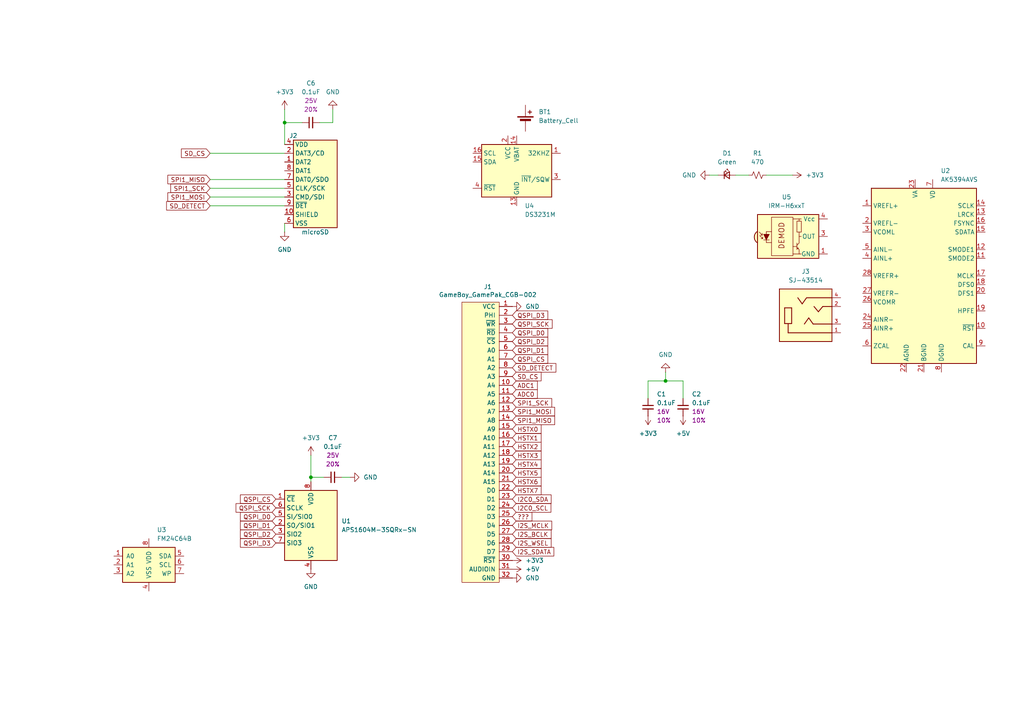
<source format=kicad_sch>
(kicad_sch (version 20250114) (generator "eeschema") (generator_version "9.0")
  (paper "A4")
  (lib_symbols
    (symbol "Audio:AK5394AVS"
      (property "Reference" "U" (at 10.16 29.21 0))
      (property "Value" "AK5394AVS" (at 10.16 26.67 0))
      (symbol "AK5394AVS_0_1"
        (rectangle (start -15.24 25.4) (end 15.24 -25.4) (stroke (width 0.254)) (fill (type background)))
      )
      (symbol "AK5394AVS_1_1"
        (pin output line (at -17.78 20.32 0) (length 2.54) (name "VREFL+") (number "1"))
        (pin output line (at -17.78 15.24 0) (length 2.54) (name "VREFL-") (number "2"))
        (pin output line (at -17.78 12.7 0) (length 2.54) (name "VCOML") (number "3"))
        (pin input line (at -17.78 7.62 0) (length 2.54) (name "AINL-") (number "5"))
        (pin input line (at -17.78 5.08 0) (length 2.54) (name "AINL+") (number "4"))
        (pin output line (at -17.78 0 0) (length 2.54) (name "VREFR+") (number "28"))
        (pin output line (at -17.78 -5.08 0) (length 2.54) (name "VREFR-") (number "27"))
        (pin output line (at -17.78 -7.62 0) (length 2.54) (name "VCOMR") (number "26"))
        (pin input line (at -17.78 -12.7 0) (length 2.54) (name "AINR-") (number "24"))
        (pin input line (at -17.78 -15.24 0) (length 2.54) (name "AINR+") (number "25"))
        (pin input line (at -17.78 -20.32 0) (length 2.54) (name "ZCAL") (number "6"))
        (pin power_in line (at -5.08 -27.94 90) (length 2.54) (name "AGND") (number "22"))
        (pin power_in line (at -2.54 27.94 270) (length 2.54) (name "VA") (number "23"))
        (pin power_in line (at 0 -27.94 90) (length 2.54) (name "BGND") (number "21"))
        (pin power_in line (at 2.54 27.94 270) (length 2.54) (name "VD") (number "7"))
        (pin power_in line (at 5.08 -27.94 90) (length 2.54) (name "DGND") (number "8"))
        (pin bidirectional line (at 17.78 20.32 180) (length 2.54) (name "SCLK") (number "14"))
        (pin bidirectional line (at 17.78 17.78 180) (length 2.54) (name "LRCK") (number "13"))
        (pin bidirectional line (at 17.78 15.24 180) (length 2.54) (name "FSYNC") (number "16"))
        (pin output line (at 17.78 12.7 180) (length 2.54) (name "SDATA") (number "15"))
        (pin input line (at 17.78 7.62 180) (length 2.54) (name "SMODE1") (number "12"))
        (pin input line (at 17.78 5.08 180) (length 2.54) (name "SMODE2") (number "11"))
        (pin input line (at 17.78 0 180) (length 2.54) (name "MCLK") (number "17"))
        (pin input line (at 17.78 -2.54 180) (length 2.54) (name "DFS0") (number "18"))
        (pin input line (at 17.78 -5.08 180) (length 2.54) (name "DFS1") (number "20"))
        (pin input line (at 17.78 -10.16 180) (length 2.54) (name "HPFE") (number "19"))
        (pin input line (at 17.78 -15.24 180) (length 2.54) (name "~{RST}") (number "10"))
        (pin output line (at 17.78 -20.32 180) (length 2.54) (name "CAL") (number "9"))
      )
    )
    (symbol "Connector_GameBoy:GameBoy_GamePak_CGB-002" (pin_names (offset 1.016))
      (property "Reference" "J" (at -1.27 41.91 0))
      (property "Value" "GameBoy_GamePak_CGB-002" (at -4.445 -42.545 0))
      (symbol "GameBoy_GamePak_CGB-002_0_1"
        (rectangle (start 0 40.64) (end -10.795 -40.64) (fill (type background)))
      )
      (symbol "GameBoy_GamePak_CGB-002_1_1"
        (pin passive line (at 3.81 39.37 180) (length 3.81) (name "VCC") (number "1"))
        (pin passive line (at 3.81 36.83 180) (length 3.81) (name "PHI") (number "2"))
        (pin passive line (at 3.81 34.29 180) (length 3.81) (name "~{WR}") (number "3"))
        (pin passive line (at 3.81 31.75 180) (length 3.81) (name "~{RD}") (number "4"))
        (pin passive line (at 3.81 29.21 180) (length 3.81) (name "~{CS}") (number "5"))
        (pin passive line (at 3.81 26.67 180) (length 3.81) (name "A0") (number "6"))
        (pin passive line (at 3.81 24.13 180) (length 3.81) (name "A1") (number "7"))
        (pin passive line (at 3.81 21.59 180) (length 3.81) (name "A2") (number "8"))
        (pin passive line (at 3.81 19.05 180) (length 3.81) (name "A3") (number "9"))
        (pin passive line (at 3.81 16.51 180) (length 3.81) (name "A4") (number "10"))
        (pin passive line (at 3.81 13.97 180) (length 3.81) (name "A5") (number "11"))
        (pin passive line (at 3.81 11.43 180) (length 3.81) (name "A6") (number "12"))
        (pin passive line (at 3.81 8.89 180) (length 3.81) (name "A7") (number "13"))
        (pin passive line (at 3.81 6.35 180) (length 3.81) (name "A8") (number "14"))
        (pin passive line (at 3.81 3.81 180) (length 3.81) (name "A9") (number "15"))
        (pin passive line (at 3.81 1.27 180) (length 3.81) (name "A10") (number "16"))
        (pin passive line (at 3.81 -1.27 180) (length 3.81) (name "A11") (number "17"))
        (pin passive line (at 3.81 -3.81 180) (length 3.81) (name "A12") (number "18"))
        (pin passive line (at 3.81 -6.35 180) (length 3.81) (name "A13") (number "19"))
        (pin passive line (at 3.81 -8.89 180) (length 3.81) (name "A14") (number "20"))
        (pin passive line (at 3.81 -11.43 180) (length 3.81) (name "A15") (number "21"))
        (pin passive line (at 3.81 -13.97 180) (length 3.81) (name "D0") (number "22"))
        (pin passive line (at 3.81 -16.51 180) (length 3.81) (name "D1") (number "23"))
        (pin passive line (at 3.81 -19.05 180) (length 3.81) (name "D2") (number "24"))
        (pin passive line (at 3.81 -21.59 180) (length 3.81) (name "D3") (number "25"))
        (pin passive line (at 3.81 -24.13 180) (length 3.81) (name "D4") (number "26"))
        (pin passive line (at 3.81 -26.67 180) (length 3.81) (name "D5") (number "27"))
        (pin passive line (at 3.81 -29.21 180) (length 3.81) (name "D6") (number "28"))
        (pin passive line (at 3.81 -31.75 180) (length 3.81) (name "D7") (number "29"))
        (pin passive line (at 3.81 -34.29 180) (length 3.81) (name "~{RST}") (number "30"))
        (pin passive line (at 3.81 -36.83 180) (length 3.81) (name "AUDIOIN") (number "31"))
        (pin passive line (at 3.81 -39.37 180) (length 3.81) (name "GND") (number "32"))
      )
    )
    (symbol "Device:Battery_Cell" (pin_numbers (hide yes)) (pin_names (offset 0) (hide yes))
      (property "Reference" "BT" (at 2.54 2.54 0))
      (property "Value" "Battery_Cell" (at 2.54 0 0))
      (symbol "Battery_Cell_0_1"
        (rectangle (start -2.286 1.778) (end 2.286 1.524) (fill (type outline)))
        (rectangle (start -1.524 1.016) (end 1.524 0.508) (fill (type outline)))
        (polyline (pts (xy 0 1.778) (xy 0 2.54)))
        (polyline (pts (xy 0 0.762) (xy 0 0)))
        (polyline (pts (xy 0.762 3.048) (xy 1.778 3.048)) (stroke (width 0.254)))
        (polyline (pts (xy 1.27 3.556) (xy 1.27 2.54)) (stroke (width 0.254)))
      )
      (symbol "Battery_Cell_1_1"
        (pin passive line (at 0 5.08 270) (length 2.54) (name "+") (number "1"))
        (pin passive line (at 0 -2.54 90) (length 2.54) (name "-") (number "2"))
      )
    )
    (symbol "Interface_Optical:IRM-H6xxT" (pin_names (offset 1.016))
      (property "Reference" "U" (at -10.16 7.62 0))
      (property "Value" "IRM-H6xxT" (at -10.16 -7.62 0))
      (symbol "IRM-H6xxT_0_0"
        (arc (start -10.287 -1.778) (mid -11.0899 -0.1905) (end -10.287 1.397) (stroke (width 0.254)) (fill (type background)))
        (polyline (pts (xy 1.905 5.08) (xy 0.127 5.08)))
        (polyline (pts (xy 1.905 -5.08) (xy 0.127 -5.08)))
        (text "DEMOD" (at -3.175 0.254 900) (effects (font (size 1.524 1.524))))
      )
      (symbol "IRM-H6xxT_0_1"
        (polyline (pts (xy -8.763 0.381) (xy -9.652 1.27)))
        (polyline (pts (xy -8.763 0.381) (xy -9.271 0.381)))
        (polyline (pts (xy -8.763 0.381) (xy -8.763 0.889)))
        (polyline (pts (xy -8.636 -0.635) (xy -9.525 0.254)))
        (polyline (pts (xy -8.636 -0.635) (xy -9.144 -0.635)))
        (polyline (pts (xy -8.636 -0.635) (xy -8.636 -0.127)))
        (polyline (pts (xy -8.382 0.635) (xy -6.731 0.635) (xy -7.62 -1.016) (xy -8.382 0.635)) (fill (type outline)))
        (polyline (pts (xy -8.382 -1.016) (xy -6.731 -1.016)))
        (rectangle (start -6.096 5.588) (end 0.127 -5.588))
        (polyline (pts (xy -6.096 1.397) (xy -7.62 1.397) (xy -7.62 -1.778) (xy -6.096 -1.778)))
        (polyline (pts (xy 1.27 -1.905) (xy 1.27 -3.81)))
        (polyline (pts (xy 1.27 -2.54) (xy 1.905 -1.905) (xy 1.905 0) (xy 2.54 0)))
        (polyline (pts (xy 1.27 -2.921) (xy 0.127 -2.921)))
        (polyline (pts (xy 1.27 -3.175) (xy 1.905 -3.81) (xy 1.905 -5.08) (xy 2.54 -5.08)))
        (polyline (pts (xy 1.397 -3.556) (xy 1.524 -3.556)))
        (polyline (pts (xy 1.651 -3.556) (xy 1.524 -3.556)))
        (polyline (pts (xy 1.651 -3.556) (xy 1.651 -3.302)))
        (polyline (pts (xy 1.905 4.445) (xy 1.905 5.08) (xy 2.54 5.08)))
        (polyline (pts (xy 1.905 0) (xy 1.905 1.27)))
        (rectangle (start 2.54 1.27) (end 1.27 4.445))
        (rectangle (start 7.62 6.35) (end -10.16 -6.35) (stroke (width 0.254)) (fill (type background)))
      )
      (symbol "IRM-H6xxT_1_1"
        (pin power_in line (at 10.16 5.08 180) (length 2.54) (name "Vcc") (number "4"))
        (pin output line (at 10.16 0 180) (length 2.54) (name "OUT") (number "3"))
        (pin power_in line (at 10.16 -5.08 180) (length 2.54) (name "GND") (number "1"))
        (pin passive line (at 10.16 -5.08 180) (length 2.54) (hide yes) (name "GND") (number "2"))
      )
    )
    (symbol "Memory_NVRAM:FM24C64B" (pin_names (offset 1.016))
      (property "Reference" "U" (at -5.08 8.89 0))
      (property "Value" "FM24C64B" (at 6.35 -8.89 0))
      (symbol "FM24C64B_0_1"
        (rectangle (start -7.62 5.08) (end 7.62 -5.08) (stroke (width 0.254)) (fill (type background)))
      )
      (symbol "FM24C64B_1_1"
        (pin input line (at -10.16 2.54 0) (length 2.54) (name "A0") (number "1"))
        (pin input line (at -10.16 0 0) (length 2.54) (name "A1") (number "2"))
        (pin input line (at -10.16 -2.54 0) (length 2.54) (name "A2") (number "3"))
        (pin power_in line (at 0 7.62 270) (length 2.54) (name "VDD") (number "8"))
        (pin power_in line (at 0 -7.62 90) (length 2.54) (name "VSS") (number "4"))
        (pin bidirectional line (at 10.16 2.54 180) (length 2.54) (name "SDA") (number "5"))
        (pin input line (at 10.16 0 180) (length 2.54) (name "SCL") (number "6"))
        (pin input line (at 10.16 -2.54 180) (length 2.54) (name "WP") (number "7"))
      )
    )
    (symbol "Memory_RAM:APS1604M-3SQRx-SN"
      (property "Reference" "U" (at -6.35 11.43 0))
      (property "Value" "APS1604M-3SQRx-SN" (at 11.684 11.43 0))
      (symbol "APS1604M-3SQRx-SN_0_1"
        (rectangle (start -7.62 10.16) (end 7.62 -10.16) (stroke (width 0.254)) (fill (type background)))
      )
      (symbol "APS1604M-3SQRx-SN_1_1"
        (pin input line (at -10.16 7.62 0) (length 2.54) (name "~{CE}") (number "1"))
        (pin input line (at -10.16 5.08 0) (length 2.54) (name "SCLK") (number "6"))
        (pin bidirectional line (at -10.16 2.54 0) (length 2.54) (name "SI/SIO0") (number "5"))
        (pin bidirectional line (at -10.16 0 0) (length 2.54) (name "SO/SIO1") (number "2"))
        (pin bidirectional line (at -10.16 -2.54 0) (length 2.54) (name "SIO2") (number "3"))
        (pin bidirectional line (at -10.16 -5.08 0) (length 2.54) (name "SIO3") (number "7"))
        (pin power_in line (at 0 12.7 270) (length 2.54) (name "VDD") (number "8"))
        (pin power_in line (at 0 -12.7 90) (length 2.54) (name "VSS") (number "4"))
      )
    )
    (symbol "SJ-43514:SJ-43514" (pin_names (offset 1.016))
      (property "Reference" "J" (at -7.6219 8.3841 0))
      (property "Value" "SJ-43514" (at -7.6261 -10.1682 0))
      (symbol "SJ-43514_0_0"
        (rectangle (start -7.62 -7.62) (end 7.62 7.62) (stroke (width 0.254)) (fill (type background)))
        (polyline (pts (xy -6.096 2.159) (xy -6.096 -2.413)) (stroke (width 0.254)))
        (polyline (pts (xy -6.096 -2.413) (xy -4.064 -2.413)) (stroke (width 0.254)))
        (polyline (pts (xy -5.08 -2.54) (xy -5.08 -5.08)) (stroke (width 0.254)))
        (polyline (pts (xy -5.08 -5.08) (xy 7.62 -5.08)) (stroke (width 0.254)))
        (polyline (pts (xy -4.064 2.159) (xy -6.096 2.159)) (stroke (width 0.254)))
        (polyline (pts (xy -4.064 -2.413) (xy -4.064 2.159)) (stroke (width 0.254)))
        (polyline (pts (xy -2.286 5.08) (xy -1.016 3.302)) (stroke (width 0.254)))
        (polyline (pts (xy -1.016 3.302) (xy 0.254 5.08)) (stroke (width 0.254)))
        (polyline (pts (xy -0.381 -2.54) (xy 0.889 -0.762)) (stroke (width 0.254)))
        (polyline (pts (xy 0.381 5.08) (xy 7.62 5.08)) (stroke (width 0.254)))
        (polyline (pts (xy 0.889 -0.762) (xy 2.159 -2.54)) (stroke (width 0.254)))
        (polyline (pts (xy 2.159 -2.54) (xy 7.62 -2.54)) (stroke (width 0.254)))
        (polyline (pts (xy 2.413 2.54) (xy 3.683 1.016)) (stroke (width 0.254)))
        (polyline (pts (xy 3.683 1.016) (xy 4.953 2.54)) (stroke (width 0.254)))
        (polyline (pts (xy 4.953 2.54) (xy 7.62 2.54)) (stroke (width 0.254)))
        (pin passive line (at 10.16 5.08 180) (length 2.54) (name "~") (number "4"))
        (pin passive line (at 10.16 2.54 180) (length 2.54) (name "~") (number "2"))
        (pin passive line (at 10.16 -2.54 180) (length 2.54) (name "~") (number "3"))
        (pin passive line (at 10.16 -5.08 180) (length 2.54) (name "~") (number "1"))
      )
    )
    (symbol "SparkFun-Capacitor:0.1uF_0402_16V_10%" (pin_numbers (hide yes)) (pin_names (offset 0.254))
      (property "Reference" "C" (at 0.635 2.54 0))
      (property "Value" "0.1uF" (at 0.635 -2.54 0))
      (property "Voltage" "16V" (at 0 -6.35 0))
      (property "Tolerance" "10%" (at 0 -8.89 0))
      (symbol "0.1uF_0402_16V_10%_0_1"
        (polyline (pts (xy -1.524 0.508) (xy 1.524 0.508)) (stroke (width 0.3048)))
        (polyline (pts (xy -1.524 -0.508) (xy 1.524 -0.508)) (stroke (width 0.3302)))
      )
      (symbol "0.1uF_0402_16V_10%_1_1"
        (pin passive line (at 0 2.54 270) (length 2.032) (name "~") (number "1"))
        (pin passive line (at 0 -2.54 90) (length 2.032) (name "~") (number "2"))
      )
    )
    (symbol "SparkFun-Capacitor:0.1uF_0603_25V_20%" (pin_numbers (hide yes)) (pin_names (offset 0.254))
      (property "Reference" "C" (at 0.635 2.54 0))
      (property "Value" "0.1uF" (at 0.635 -2.54 0))
      (property "Voltage" "25V" (at 0 -6.35 0))
      (property "Tolerance" "20%" (at 0 -8.89 0))
      (symbol "0.1uF_0603_25V_20%_0_1"
        (polyline (pts (xy -1.524 0.508) (xy 1.524 0.508)) (stroke (width 0.3048)))
        (polyline (pts (xy -1.524 -0.508) (xy 1.524 -0.508)) (stroke (width 0.3302)))
      )
      (symbol "0.1uF_0603_25V_20%_1_1"
        (pin passive line (at 0 2.54 270) (length 2.032) (name "~") (number "1"))
        (pin passive line (at 0 -2.54 90) (length 2.032) (name "~") (number "2"))
      )
    )
    (symbol "SparkFun-Connector:microSD_PushPush"
      (property "Reference" "J" (at -6.35 15.24 0))
      (property "Value" "microSD" (at 0 -12.7 0))
      (symbol "microSD_PushPush_1_1"
        (rectangle (start -6.35 13.97) (end 6.35 -11.43) (stroke (width 0.254)) (fill (type background)))
        (pin power_in line (at -8.89 12.7 0) (length 2.54) (name "VDD") (number "4"))
        (pin bidirectional line (at -8.89 10.16 0) (length 2.54) (name "DAT3/CD") (number "2"))
        (pin bidirectional line (at -8.89 7.62 0) (length 2.54) (name "DAT2") (number "1"))
        (pin bidirectional line (at -8.89 5.08 0) (length 2.54) (name "DAT1") (number "8"))
        (pin bidirectional line (at -8.89 2.54 0) (length 2.54) (name "DAT0/SDO") (number "7"))
        (pin input line (at -8.89 0 0) (length 2.54) (name "CLK/SCK") (number "5"))
        (pin input line (at -8.89 -2.54 0) (length 2.54) (name "CMD/SDI") (number "3"))
        (pin passive line (at -8.89 -5.08 0) (length 2.54) (name "~{DET}") (number "9"))
        (pin passive line (at -8.89 -7.62 0) (length 2.54) (name "SHIELD") (number "10"))
        (pin power_in line (at -8.89 -10.16 0) (length 2.54) (name "VSS") (number "6"))
        (pin no_connect line (at 2.54 -8.89 90) (length 2.54) (hide yes) (name "SHIELD") (number "11"))
        (pin no_connect line (at 3.81 -8.89 90) (length 2.54) (hide yes) (name "SHIELD") (number "12"))
        (pin no_connect line (at 5.08 -8.89 90) (length 2.54) (hide yes) (name "SHIELD") (number "13"))
      )
    )
    (symbol "SparkFun-LED:LED_Green_0603" (pin_numbers (hide yes)) (pin_names (offset 1.016) (hide yes))
      (property "Reference" "D" (at 0 2.54 0))
      (property "Value" "Green" (at 0 -2.54 0))
      (symbol "LED_Green_0603_0_1"
        (polyline (pts (xy -0.762 -1.016) (xy -0.762 1.016)) (stroke (width 0.254)))
        (polyline (pts (xy 0 0.762) (xy -0.508 1.27) (xy -0.254 1.27) (xy -0.508 1.27) (xy -0.508 1.016)))
        (polyline (pts (xy 0.508 1.27) (xy 0 1.778) (xy 0.254 1.778) (xy 0 1.778) (xy 0 1.524)))
        (polyline (pts (xy 0.762 -1.016) (xy -0.762 0) (xy 0.762 1.016) (xy 0.762 -1.016)) (stroke (width 0.254)))
        (polyline (pts (xy 1.016 0) (xy -0.762 0)))
      )
      (symbol "LED_Green_0603_1_1"
        (pin passive line (at -2.54 0 0) (length 1.778) (name "K") (number "1"))
        (pin passive line (at 2.54 0 180) (length 1.778) (name "A") (number "2"))
      )
    )
    (symbol "SparkFun-Resistor:470_0603" (pin_numbers (hide yes)) (pin_names (offset 0))
      (property "Reference" "R" (at 0 -2.54 0))
      (property "Value" "470" (at 0 2.54 0))
      (symbol "470_0603_0_1"
        (polyline (pts (xy -1.524 0) (xy -1.143 1.016) (xy -0.762 0) (xy -0.381 -1.016) (xy 0 0)))
        (polyline (pts (xy 0 0) (xy 0.381 1.016) (xy 0.762 0) (xy 1.143 -1.016) (xy 1.524 0)))
      )
      (symbol "470_0603_1_1"
        (pin passive line (at -2.54 0 0) (length 1.016) (name "~") (number "1"))
        (pin passive line (at 2.54 0 180) (length 1.016) (name "~") (number "2"))
      )
    )
    (symbol "Timer_RTC:DS3231M"
      (property "Reference" "U" (at -7.62 8.89 0))
      (property "Value" "DS3231M" (at 10.16 8.89 0))
      (symbol "DS3231M_0_1"
        (rectangle (start -10.16 7.62) (end 10.16 -7.62) (stroke (width 0.254)) (fill (type background)))
      )
      (symbol "DS3231M_1_1"
        (pin input line (at -12.7 5.08 0) (length 2.54) (name "SCL") (number "16"))
        (pin bidirectional line (at -12.7 2.54 0) (length 2.54) (name "SDA") (number "15"))
        (pin bidirectional line (at -12.7 -5.08 0) (length 2.54) (name "~{RST}") (number "4"))
        (pin power_in line (at -2.54 10.16 270) (length 2.54) (name "VCC") (number "2"))
        (pin power_in line (at 0 10.16 270) (length 2.54) (name "VBAT") (number "14"))
        (pin passive line (at 0 -10.16 90) (length 2.54) (hide yes) (name "GND") (number "10"))
        (pin passive line (at 0 -10.16 90) (length 2.54) (hide yes) (name "GND") (number "11"))
        (pin passive line (at 0 -10.16 90) (length 2.54) (hide yes) (name "GND") (number "12"))
        (pin power_in line (at 0 -10.16 90) (length 2.54) (name "GND") (number "13"))
        (pin passive line (at 0 -10.16 90) (length 2.54) (hide yes) (name "GND") (number "5"))
        (pin passive line (at 0 -10.16 90) (length 2.54) (hide yes) (name "GND") (number "6"))
        (pin passive line (at 0 -10.16 90) (length 2.54) (hide yes) (name "GND") (number "7"))
        (pin passive line (at 0 -10.16 90) (length 2.54) (hide yes) (name "GND") (number "8"))
        (pin passive line (at 0 -10.16 90) (length 2.54) (hide yes) (name "GND") (number "9"))
        (pin open_collector line (at 12.7 5.08 180) (length 2.54) (name "32KHZ") (number "1"))
        (pin open_collector line (at 12.7 -2.54 180) (length 2.54) (name "~{INT}/SQW") (number "3"))
      )
    )
    (symbol "power:+3V3" (power) (pin_numbers (hide yes)) (pin_names (offset 0) (hide yes))
      (property "Value" "+3V3" (at 0 3.556 0))
      (symbol "+3V3_0_1"
        (polyline (pts (xy -0.762 1.27) (xy 0 2.54)))
        (polyline (pts (xy 0 2.54) (xy 0.762 1.27)))
        (polyline (pts (xy 0 0) (xy 0 2.54)))
      )
      (symbol "+3V3_1_1"
        (pin power_in line (at 0 0 90) (length 0) (name "~") (number "1"))
      )
    )
    (symbol "power:+5V" (power) (pin_numbers (hide yes)) (pin_names (offset 0) (hide yes))
      (property "Value" "+5V" (at 0 3.556 0))
      (symbol "+5V_0_1"
        (polyline (pts (xy -0.762 1.27) (xy 0 2.54)))
        (polyline (pts (xy 0 2.54) (xy 0.762 1.27)))
        (polyline (pts (xy 0 0) (xy 0 2.54)))
      )
      (symbol "+5V_1_1"
        (pin power_in line (at 0 0 90) (length 0) (name "~") (number "1"))
      )
    )
    (symbol "power:GND" (power) (pin_numbers (hide yes)) (pin_names (offset 0) (hide yes))
      (property "Value" "GND" (at 0 -3.81 0))
      (symbol "GND_0_1"
        (polyline (pts (xy 0 0) (xy 0 -1.27) (xy 1.27 -1.27) (xy 0 -2.54) (xy -1.27 -1.27) (xy 0 -1.27)))
      )
      (symbol "GND_1_1"
        (pin power_in line (at 0 0 270) (length 0) (name "~") (number "1"))
      )
    )
  )
  (junction (at 82.55 35.56))
  (junction (at 90.17 138.43))
  (junction (at 193.04 110.49))
  (wire (pts (xy 82.55 35.56) (xy 87.63 35.56)))
  (wire (pts (xy 82.55 35.56) (xy 82.55 41.91)))
  (wire (pts (xy 193.04 110.49) (xy 198.12 110.49)))
  (wire (pts (xy 60.96 59.69) (xy 82.55 59.69)))
  (wire (pts (xy 60.96 57.15) (xy 82.55 57.15)))
  (wire (pts (xy 60.96 54.61) (xy 82.55 54.61)))
  (wire (pts (xy 82.55 31.75) (xy 82.55 35.56)))
  (wire (pts (xy 96.52 35.56) (xy 92.71 35.56)))
  (wire (pts (xy 82.55 64.77) (xy 82.55 67.31)))
  (wire (pts (xy 90.17 138.43) (xy 93.98 138.43)))
  (wire (pts (xy 205.74 50.8) (xy 208.28 50.8)))
  (wire (pts (xy 60.96 44.45) (xy 82.55 44.45)))
  (wire (pts (xy 96.52 31.75) (xy 96.52 35.56)))
  (wire (pts (xy 187.96 110.49) (xy 193.04 110.49)))
  (wire (pts (xy 229.87 50.8) (xy 222.25 50.8)))
  (wire (pts (xy 198.12 110.49) (xy 198.12 115.57)))
  (wire (pts (xy 90.17 138.43) (xy 90.17 139.7)))
  (wire (pts (xy 187.96 115.57) (xy 187.96 110.49)))
  (wire (pts (xy 90.17 132.08) (xy 90.17 138.43)))
  (wire (pts (xy 101.6 138.43) (xy 99.06 138.43)))
  (wire (pts (xy 213.36 50.8) (xy 217.17 50.8)))
  (wire (pts (xy 193.04 107.95) (xy 193.04 110.49)))
  (wire (pts (xy 60.96 52.07) (xy 82.55 52.07)))
  (global_label "QSPI_SCK" (shape input) (at 80.01 147.32 180) (property "Intersheetrefs" "${INTERSHEET_REFS}" (effects (hide yes))))
  (global_label "QSPI_D2" (shape input) (at 80.01 154.94 180) (property "Intersheetrefs" "${INTERSHEET_REFS}" (effects (hide yes))))
  (global_label "QSPI_D2" (shape input) (at 148.59 99.06 0) (property "Intersheetrefs" "${INTERSHEET_REFS}" (effects (hide yes))))
  (global_label "I2C0_SDA" (shape input) (at 148.59 144.78 0) (property "Intersheetrefs" "${INTERSHEET_REFS}" (effects (hide yes))))
  (global_label "HSTX5" (shape input) (at 148.59 137.16 0) (property "Intersheetrefs" "${INTERSHEET_REFS}" (effects (hide yes))))
  (global_label "QSPI_D1" (shape input) (at 80.01 152.4 180) (property "Intersheetrefs" "${INTERSHEET_REFS}" (effects (hide yes))))
  (global_label "SPI1_MOSI" (shape input) (at 60.96 57.15 180) (property "Intersheetrefs" "${INTERSHEET_REFS}" (effects (hide yes))))
  (global_label "QSPI_D1" (shape input) (at 148.59 101.6 0) (property "Intersheetrefs" "${INTERSHEET_REFS}" (effects (hide yes))))
  (global_label "I2C0_SCL" (shape input) (at 148.59 147.32 0) (property "Intersheetrefs" "${INTERSHEET_REFS}" (effects (hide yes))))
  (global_label "QSPI_D3" (shape input) (at 80.01 157.48 180) (property "Intersheetrefs" "${INTERSHEET_REFS}" (effects (hide yes))))
  (global_label "???" (shape input) (at 148.59 149.86 0) (property "Intersheetrefs" "${INTERSHEET_REFS}" (effects (hide yes))))
  (global_label "I2S_BCLK" (shape input) (at 148.59 154.94 0) (property "Intersheetrefs" "${INTERSHEET_REFS}" (effects (hide yes))))
  (global_label "QSPI_D3" (shape input) (at 148.59 91.44 0) (property "Intersheetrefs" "${INTERSHEET_REFS}" (effects (hide yes))))
  (global_label "SD_DETECT" (shape input) (at 148.59 106.68 0) (property "Intersheetrefs" "${INTERSHEET_REFS}" (effects (hide yes))))
  (global_label "SD_CS" (shape input) (at 148.59 109.22 0) (property "Intersheetrefs" "${INTERSHEET_REFS}" (effects (hide yes))))
  (global_label "HSTX1" (shape input) (at 148.59 127 0) (property "Intersheetrefs" "${INTERSHEET_REFS}" (effects (hide yes))))
  (global_label "HSTX4" (shape input) (at 148.59 134.62 0) (property "Intersheetrefs" "${INTERSHEET_REFS}" (effects (hide yes))))
  (global_label "QSPI_D0" (shape input) (at 80.01 149.86 180) (property "Intersheetrefs" "${INTERSHEET_REFS}" (effects (hide yes))))
  (global_label "I2S_SDATA" (shape input) (at 148.59 160.02 0) (property "Intersheetrefs" "${INTERSHEET_REFS}" (effects (hide yes))))
  (global_label "I2S_WSEL" (shape input) (at 148.59 157.48 0) (property "Intersheetrefs" "${INTERSHEET_REFS}" (effects (hide yes))))
  (global_label "SD_DETECT" (shape input) (at 60.96 59.69 180) (property "Intersheetrefs" "${INTERSHEET_REFS}" (effects (hide yes))))
  (global_label "SPI1_MOSI" (shape input) (at 148.59 119.38 0) (property "Intersheetrefs" "${INTERSHEET_REFS}" (effects (hide yes))))
  (global_label "QSPI_D0" (shape input) (at 148.59 96.52 0) (property "Intersheetrefs" "${INTERSHEET_REFS}" (effects (hide yes))))
  (global_label "HSTX3" (shape input) (at 148.59 132.08 0) (property "Intersheetrefs" "${INTERSHEET_REFS}" (effects (hide yes))))
  (global_label "SPI1_SCK" (shape input) (at 60.96 54.61 180) (property "Intersheetrefs" "${INTERSHEET_REFS}" (effects (hide yes))))
  (global_label "SPI1_MISO" (shape input) (at 60.96 52.07 180) (property "Intersheetrefs" "${INTERSHEET_REFS}" (effects (hide yes))))
  (global_label "SD_CS" (shape input) (at 60.96 44.45 180) (property "Intersheetrefs" "${INTERSHEET_REFS}" (effects (hide yes))))
  (global_label "QSPI_SCK" (shape input) (at 148.59 93.98 0) (property "Intersheetrefs" "${INTERSHEET_REFS}" (effects (hide yes))))
  (global_label "ADC0" (shape input) (at 148.59 114.3 0) (property "Intersheetrefs" "${INTERSHEET_REFS}" (effects (hide yes))))
  (global_label "SPI1_SCK" (shape input) (at 148.59 116.84 0) (property "Intersheetrefs" "${INTERSHEET_REFS}" (effects (hide yes))))
  (global_label "HSTX2" (shape input) (at 148.59 129.54 0) (property "Intersheetrefs" "${INTERSHEET_REFS}" (effects (hide yes))))
  (global_label "ADC1" (shape input) (at 148.59 111.76 0) (property "Intersheetrefs" "${INTERSHEET_REFS}" (effects (hide yes))))
  (global_label "I2S_MCLK" (shape input) (at 148.59 152.4 0) (property "Intersheetrefs" "${INTERSHEET_REFS}" (effects (hide yes))))
  (global_label "HSTX6" (shape input) (at 148.59 139.7 0) (property "Intersheetrefs" "${INTERSHEET_REFS}" (effects (hide yes))))
  (global_label "QSPI_CS" (shape input) (at 148.59 104.14 0) (property "Intersheetrefs" "${INTERSHEET_REFS}" (effects (hide yes))))
  (global_label "HSTX0" (shape input) (at 148.59 124.46 0) (property "Intersheetrefs" "${INTERSHEET_REFS}" (effects (hide yes))))
  (global_label "QSPI_CS" (shape input) (at 80.01 144.78 180) (property "Intersheetrefs" "${INTERSHEET_REFS}" (effects (hide yes))))
  (global_label "SPI1_MISO" (shape input) (at 148.59 121.92 0) (property "Intersheetrefs" "${INTERSHEET_REFS}" (effects (hide yes))))
  (global_label "HSTX7" (shape input) (at 148.59 142.24 0) (property "Intersheetrefs" "${INTERSHEET_REFS}" (effects (hide yes))))
  (symbol (lib_id "Connector_GameBoy:GameBoy_GamePak_CGB-002") (at 144.78 128.27 0) (unit 1)
    (property "Reference" "J1" (at 141.478 83.185 0))
    (property "Value" "GameBoy_GamePak_CGB-002" (at 141.478 85.4964 0))
    (property "Footprint" "Connector_GameBoy:GameBoy_GamePak_CGB-002_P1.50mm_Edge" (effects (hide yes)))
  )
  (symbol (lib_id "Memory_RAM:APS1604M-3SQRx-SN") (at 90.17 152.4 0) (unit 1)
    (property "Reference" "U1" (at 99.06 151.13 0) (effects (justify left)))
    (property "Value" "APS1604M-3SQRx-SN" (at 99.06 153.67 0) (effects (justify left)))
    (property "Footprint" "Package_SO:SOIC-8_3.9x4.9mm_P1.27mm" (effects (hide yes)))
    (property "Datasheet" "https://www.mouser.com/datasheet/2/1127/APM_PSRAM_QSPI_APS1604M_3SQR_v2_7_PKG-1954896.pdf" (effects (hide yes)))
    (property "Description" "16 Mbit / 2M x 8-bits serial pseudo SRAM MEMORY, up to 133MHz, 2.7-3.6V supply, SOIC-8 (SOP-8)" (effects (hide yes)))
  )
  (symbol (lib_id "SparkFun-LED:LED_Green_0603") (at 210.82 50.8 0) (unit 1)
    (property "Reference" "D1" (at 210.8835 44.45 0))
    (property "Value" "Green" (at 210.8835 46.99 0))
    (property "Footprint" "SparkFun-LED:LED_0603_1608Metric_Green" (effects (hide yes)))
    (property "Datasheet" "https://docs.broadcom.com/docs/AV02-0551EN" (effects (hide yes)))
    (property "Description" "Light emitting diode" (effects (hide yes)))
    (property "PROD_ID" "DIO-00821" (effects (hide yes)))
  )
  (symbol (lib_id "power:+3V3") (at 187.96 120.65 180) (unit 1)
    (property "Reference" "#PWR019" (effects (hide yes)))
    (property "Value" "+3V3" (at 187.96 125.73 0))
    (property "Description" "Power symbol creates a global label with name \"+3V3\"" (effects (hide yes)))
  )
  (symbol (lib_id "SparkFun-Capacitor:0.1uF_0402_16V_10%") (at 187.96 118.11 0) (unit 1)
    (property "Reference" "C1" (at 190.5 114.3063 0) (effects (justify left)))
    (property "Value" "0.1uF" (at 190.5 116.8463 0) (effects (justify left)))
    (property "Footprint" "Capacitor_SMD:CP_Elec_5x3" (effects (hide yes)))
    (property "Datasheet" "https://cdn.sparkfun.com/assets/8/a/4/a/5/Kemet_Capacitor_Datasheet.pdf" (effects (hide yes)))
    (property "Description" "Unpolarized capacitor" (effects (hide yes)))
    (property "PROD_ID" "CAP-25565" (effects (hide yes)))
    (property "Voltage" "16V" (at 190.5 119.3863 0) (effects (justify left)))
    (property "Tolerance" "10%" (at 190.5 121.9263 0) (effects (justify left)))
  )
  (symbol (lib_id "power:+5V") (at 148.59 165.1 270) (unit 1)
    (property "Reference" "#PWR016" (effects (hide yes)))
    (property "Value" "+5V" (at 152.4 165.1 90) (effects (justify left)))
    (property "Description" "Power symbol creates a global label with name \"+5V\"" (effects (hide yes)))
  )
  (symbol (lib_id "SparkFun-Resistor:470_0603") (at 219.71 50.8 0) (unit 1)
    (property "Reference" "R1" (at 219.71 44.45 0))
    (property "Value" "470" (at 219.71 46.99 0))
    (property "Footprint" "SparkFun-Resistor:R_0603_1608Metric" (effects (hide yes)))
    (property "Datasheet" "https://www.vishay.com/docs/20035/dcrcwe3.pdf" (effects (hide yes)))
    (property "Description" "Resistor" (effects (hide yes)))
    (property "PROD_ID" "RES-07869" (effects (hide yes)))
  )
  (symbol (lib_id "SparkFun-Capacitor:0.1uF_0603_25V_20%") (at 90.17 35.56 90) (unit 1)
    (property "Reference" "C6" (at 90.1763 24.13 90))
    (property "Value" "0.1uF" (at 90.1763 26.67 90))
    (property "Footprint" "SparkFun-Capacitor:C_0603_1608Metric" (effects (hide yes)))
    (property "Datasheet" "https://cdn.sparkfun.com/assets/8/a/4/a/5/Kemet_Capacitor_Datasheet.pdf" (effects (hide yes)))
    (property "Description" "Unpolarized capacitor" (effects (hide yes)))
    (property "PROD_ID" "CAP-00810" (effects (hide yes)))
    (property "Voltage" "25V" (at 90.1763 29.21 90))
    (property "Tolerance" "20%" (at 90.1763 31.75 90))
  )
  (symbol (lib_id "Memory_NVRAM:FM24C64B") (at 43.18 163.83 0) (unit 1)
    (property "Reference" "U3" (at 45.5072 153.67 0) (effects (justify left)))
    (property "Value" "FM24C64B" (at 45.5072 156.21 0) (effects (justify left)))
    (property "Footprint" "Package_SO:SOIC-8_3.9x4.9mm_P1.27mm" (effects (hide yes)))
    (property "Datasheet" "http://www.cypress.com/file/41651/download" (effects (hide yes)))
    (property "Description" "64Kb serial FRAM nonvolatile Memory, SOIC-8" (effects (hide yes)))
  )
  (symbol (lib_id "power:+3V3") (at 229.87 50.8 270) (unit 1)
    (property "Reference" "#PWR04" (effects (hide yes)))
    (property "Value" "+3V3" (at 233.68 50.8 90) (effects (justify left)))
    (property "Description" "Power symbol creates a global label with name \"+3V3\"" (effects (hide yes)))
  )
  (symbol (lib_id "power:+3V3") (at 148.59 162.56 270) (unit 1)
    (property "Reference" "#PWR015" (effects (hide yes)))
    (property "Value" "+3V3" (at 152.4 162.5599 90) (effects (justify left)))
    (property "Description" "Power symbol creates a global label with name \"+3V3\"" (effects (hide yes)))
  )
  (symbol (lib_id "power:+3V3") (at 82.55 31.75 0) (unit 1)
    (property "Reference" "#PWR012" (effects (hide yes)))
    (property "Value" "+3V3" (at 82.55 26.67 0))
    (property "Description" "Power symbol creates a global label with name \"+3V3\"" (effects (hide yes)))
  )
  (symbol (lib_id "power:GND") (at 148.59 88.9 90) (unit 1)
    (property "Reference" "#PWR013" (effects (hide yes)))
    (property "Value" "GND" (at 152.4 88.9 90) (effects (justify right)))
    (property "Description" "Power symbol creates a global label with name \"GND\" , ground" (effects (hide yes)))
  )
  (symbol (lib_id "Interface_Optical:IRM-H6xxT") (at 229.87 68.58 0) (unit 1)
    (property "Reference" "U5" (at 228.135 57.15 0))
    (property "Value" "IRM-H6xxT" (at 228.135 59.69 0))
    (property "Footprint" "OptoDevice:Everlight_IRM-H6xxT" (effects (hide yes)))
    (property "Datasheet" "https://en.everlight.com/wp-content/plugins/ItemRelationship/product_files/pdf/DMO-0000004-IRM-H6XX-TR2_Series_Datasheet_V4.pdf" (effects (hide yes)))
    (property "Description" "IR Receiver Modules for remote controls" (effects (hide yes)))
  )
  (symbol (lib_id "Timer_RTC:DS3231M") (at 149.86 49.53 0) (unit 1)
    (property "Reference" "U4" (at 152.1872 59.69 0) (effects (justify left)))
    (property "Value" "DS3231M" (at 152.1872 62.23 0) (effects (justify left)))
    (property "Footprint" "Package_SO:SOIC-16W_7.5x10.3mm_P1.27mm" (effects (hide yes)))
    (property "Datasheet" "http://datasheets.maximintegrated.com/en/ds/DS3231.pdf" (effects (hide yes)))
    (property "Description" "Extremely Accurate I2C-Integrated RTC/TCXO/Crystal SOIC-16" (effects (hide yes)))
  )
  (symbol (lib_id "SparkFun-Capacitor:0.1uF_0402_16V_10%") (at 198.12 118.11 0) (unit 1)
    (property "Reference" "C2" (at 200.66 114.3063 0) (effects (justify left)))
    (property "Value" "0.1uF" (at 200.66 116.8463 0) (effects (justify left)))
    (property "Footprint" "Capacitor_SMD:CP_Elec_5x3" (effects (hide yes)))
    (property "Datasheet" "https://cdn.sparkfun.com/assets/8/a/4/a/5/Kemet_Capacitor_Datasheet.pdf" (effects (hide yes)))
    (property "Description" "Unpolarized capacitor" (effects (hide yes)))
    (property "PROD_ID" "CAP-25565" (effects (hide yes)))
    (property "Voltage" "16V" (at 200.66 119.3863 0) (effects (justify left)))
    (property "Tolerance" "10%" (at 200.66 121.9263 0) (effects (justify left)))
  )
  (symbol (lib_id "power:GND") (at 205.74 50.8 270) (unit 1)
    (property "Reference" "#PWR05" (effects (hide yes)))
    (property "Value" "GND" (at 201.93 50.8 90) (effects (justify right)))
    (property "Description" "Power symbol creates a global label with name \"GND\" , ground" (effects (hide yes)))
  )
  (symbol (lib_id "power:GND") (at 193.04 107.95 180) (unit 1)
    (property "Reference" "#PWR021" (effects (hide yes)))
    (property "Value" "GND" (at 193.04 102.87 0))
    (property "Description" "Power symbol creates a global label with name \"GND\" , ground" (effects (hide yes)))
  )
  (symbol (lib_id "power:GND") (at 101.6 138.43 90) (unit 1)
    (property "Reference" "#PWR08" (effects (hide yes)))
    (property "Value" "GND" (at 105.41 138.43 90) (effects (justify right)))
    (property "Description" "Power symbol creates a global label with name \"GND\" , ground" (effects (hide yes)))
  )
  (symbol (lib_id "SparkFun-Capacitor:0.1uF_0603_25V_20%") (at 96.52 138.43 90) (unit 1)
    (property "Reference" "C7" (at 96.5263 127 90))
    (property "Value" "0.1uF" (at 96.5263 129.54 90))
    (property "Footprint" "SparkFun-Capacitor:C_0603_1608Metric" (effects (hide yes)))
    (property "Datasheet" "https://cdn.sparkfun.com/assets/8/a/4/a/5/Kemet_Capacitor_Datasheet.pdf" (effects (hide yes)))
    (property "Description" "Unpolarized capacitor" (effects (hide yes)))
    (property "PROD_ID" "CAP-00810" (effects (hide yes)))
    (property "Voltage" "25V" (at 96.5263 132.08 90))
    (property "Tolerance" "20%" (at 96.5263 134.62 90))
  )
  (symbol (lib_id "Audio:AK5394AVS") (at 267.97 80.01 0) (unit 1)
    (property "Reference" "U2" (at 272.8372 49.53 0) (effects (justify left)))
    (property "Value" "AK5394AVS" (at 272.8372 52.07 0) (effects (justify left)))
    (property "Footprint" "Package_SO:SOIC-28W_7.5x18.7mm_P1.27mm" (effects (hide yes)))
    (property "Datasheet" "http://www.akm.com/akm/en/file/datasheet/AK5394AVS.pdf" (effects (hide yes)))
    (property "Description" "Super High Performance 192kHz 24-Bit Sigma-Delta ADC, SOIC-28" (effects (hide yes)))
  )
  (symbol (lib_id "power:GND") (at 82.55 67.31 0) (unit 1)
    (property "Reference" "#PWR017" (effects (hide yes)))
    (property "Value" "GND" (at 82.55 72.39 0))
    (property "Description" "Power symbol creates a global label with name \"GND\" , ground" (effects (hide yes)))
  )
  (symbol (lib_id "power:GND") (at 90.17 165.1 0) (unit 1)
    (property "Reference" "#PWR06" (effects (hide yes)))
    (property "Value" "GND" (at 90.17 170.18 0))
    (property "Description" "Power symbol creates a global label with name \"GND\" , ground" (effects (hide yes)))
  )
  (symbol (lib_id "SJ-43514:SJ-43514") (at 233.68 91.44 0) (unit 1)
    (property "Reference" "J3" (at 233.68 78.74 0))
    (property "Value" "SJ-43514" (at 233.68 81.28 0))
    (property "Footprint" "SJ_43514:SJ_43514" (effects (hide yes)))
    (property "MANUFACTURER" "CUI INC" (effects (hide yes)))
    (property "PART_REV" "1.04" (effects (hide yes)))
    (property "STANDARD" "MANUFACTURER RECOMMENDATIONS" (effects (hide yes)))
  )
  (symbol (lib_id "power:+3V3") (at 90.17 132.08 0) (unit 1)
    (property "Reference" "#PWR07" (effects (hide yes)))
    (property "Value" "+3V3" (at 90.17 127 0))
    (property "Description" "Power symbol creates a global label with name \"+3V3\"" (effects (hide yes)))
  )
  (symbol (lib_id "power:GND") (at 96.52 31.75 180) (unit 1)
    (property "Reference" "#PWR018" (effects (hide yes)))
    (property "Value" "GND" (at 96.52 26.67 0))
    (property "Description" "Power symbol creates a global label with name \"GND\" , ground" (effects (hide yes)))
  )
  (symbol (lib_id "power:+5V") (at 198.12 120.65 180) (unit 1)
    (property "Reference" "#PWR020" (effects (hide yes)))
    (property "Value" "+5V" (at 198.12 125.73 0))
    (property "Description" "Power symbol creates a global label with name \"+5V\"" (effects (hide yes)))
  )
  (symbol (lib_id "SparkFun-Connector:microSD_PushPush") (at 91.44 54.61 0) (unit 1)
    (property "Reference" "J2" (at 85.09 39.37 0))
    (property "Value" "microSD" (at 91.44 67.31 0))
    (property "Footprint" "SparkFun-Connector:microSD_External_Pin" (effects (hide yes)))
    (property "Datasheet" "https://cdn.sparkfun.com/assets/a/d/6/0/8/microSD_Datasheet_msd-1-a.pdf" (effects (hide yes)))
    (property "Description" "Micro SD socket External Pin" (effects (hide yes)))
    (property "PROD_ID" "CONN-16110" (effects (hide yes)))
  )
  (symbol (lib_id "Device:Battery_Cell") (at 152.4 35.56 0) (unit 1)
    (property "Reference" "BT1" (at 156.21 32.4485 0) (effects (justify left)))
    (property "Value" "Battery_Cell" (at 156.21 34.9885 0) (effects (justify left)))
    (property "Footprint" "Battery:BatteryHolder_Keystone_3001_1x12mm" (effects (hide yes)))
    (property "Description" "Single-cell battery" (effects (hide yes)))
  )
  (symbol (lib_id "power:GND") (at 148.59 167.64 90) (unit 1)
    (property "Reference" "#PWR014" (effects (hide yes)))
    (property "Value" "GND" (at 152.4 167.64 90) (effects (justify right)))
    (property "Description" "Power symbol creates a global label with name \"GND\" , ground" (effects (hide yes)))
  )
)
</source>
